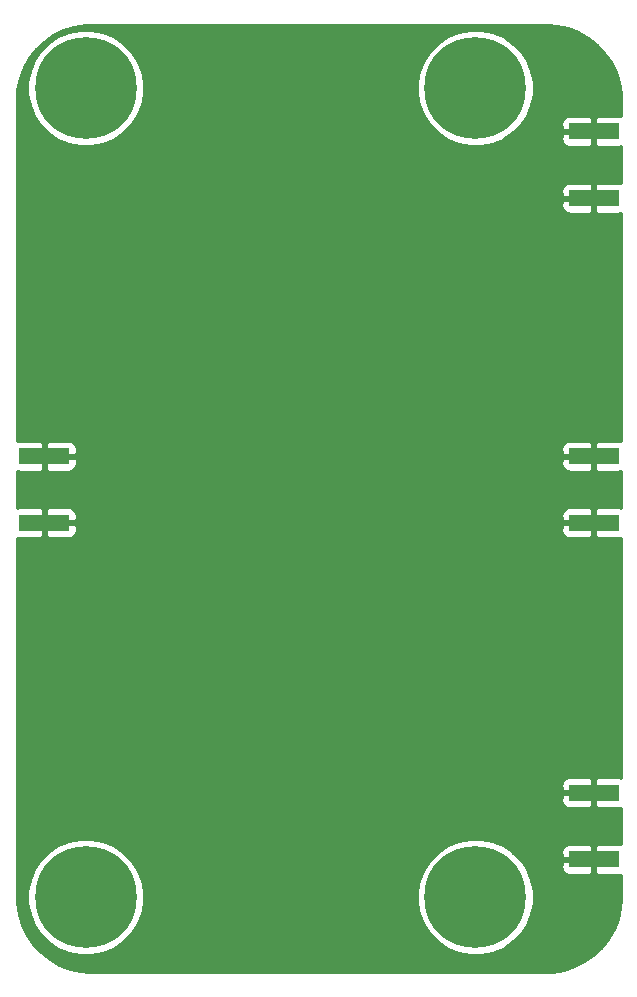
<source format=gbr>
%TF.GenerationSoftware,KiCad,Pcbnew,(5.1.6)-1*%
%TF.CreationDate,2020-10-09T05:29:33-04:00*%
%TF.ProjectId,RFID_PROJECT_3-WAY-SPLITTER,52464944-5f50-4524-9f4a-4543545f332d,B*%
%TF.SameCoordinates,Original*%
%TF.FileFunction,Copper,L4,Bot*%
%TF.FilePolarity,Positive*%
%FSLAX46Y46*%
G04 Gerber Fmt 4.6, Leading zero omitted, Abs format (unit mm)*
G04 Created by KiCad (PCBNEW (5.1.6)-1) date 2020-10-09 05:29:33*
%MOMM*%
%LPD*%
G01*
G04 APERTURE LIST*
%TA.AperFunction,ComponentPad*%
%ADD10C,0.900000*%
%TD*%
%TA.AperFunction,ComponentPad*%
%ADD11C,8.600000*%
%TD*%
%TA.AperFunction,SMDPad,CuDef*%
%ADD12R,4.200000X1.350000*%
%TD*%
%TA.AperFunction,ViaPad*%
%ADD13C,1.000000*%
%TD*%
%TA.AperFunction,Conductor*%
%ADD14C,0.254000*%
%TD*%
G04 APERTURE END LIST*
D10*
%TO.P,H4,1*%
%TO.N,N/C*%
X163280419Y-114219581D03*
X161000000Y-113275000D03*
X158719581Y-114219581D03*
X157775000Y-116500000D03*
X158719581Y-118780419D03*
X161000000Y-119725000D03*
X163280419Y-118780419D03*
X164225000Y-116500000D03*
D11*
X161000000Y-116500000D03*
%TD*%
D10*
%TO.P,H3,1*%
%TO.N,N/C*%
X130280419Y-114219581D03*
X128000000Y-113275000D03*
X125719581Y-114219581D03*
X124775000Y-116500000D03*
X125719581Y-118780419D03*
X128000000Y-119725000D03*
X130280419Y-118780419D03*
X131225000Y-116500000D03*
D11*
X128000000Y-116500000D03*
%TD*%
D10*
%TO.P,H2,1*%
%TO.N,N/C*%
X163280419Y-45719581D03*
X161000000Y-44775000D03*
X158719581Y-45719581D03*
X157775000Y-48000000D03*
X158719581Y-50280419D03*
X161000000Y-51225000D03*
X163280419Y-50280419D03*
X164225000Y-48000000D03*
D11*
X161000000Y-48000000D03*
%TD*%
D10*
%TO.P,H1,1*%
%TO.N,N/C*%
X130280419Y-45719581D03*
X128000000Y-44775000D03*
X125719581Y-45719581D03*
X124775000Y-48000000D03*
X125719581Y-50280419D03*
X128000000Y-51225000D03*
X130280419Y-50280419D03*
X131225000Y-48000000D03*
D11*
X128000000Y-48000000D03*
%TD*%
D12*
%TO.P,J1,2*%
%TO.N,GND*%
X124500000Y-79175000D03*
X124500000Y-84825000D03*
%TD*%
%TO.P,J2,2*%
%TO.N,GND*%
X171030001Y-51675000D03*
X171030001Y-57325000D03*
%TD*%
%TO.P,J3,2*%
%TO.N,GND*%
X171030001Y-84825000D03*
X171030001Y-79175000D03*
%TD*%
%TO.P,J4,2*%
%TO.N,GND*%
X171030001Y-107675000D03*
X171030001Y-113325000D03*
%TD*%
D13*
%TO.N,GND*%
X133000000Y-53500000D03*
X156000000Y-53500000D03*
X155000000Y-111500000D03*
X133000000Y-111500000D03*
%TD*%
D14*
%TO.N,GND*%
G36*
X128365717Y-42675088D02*
G01*
X128466353Y-42685000D01*
X167033647Y-42685000D01*
X167134283Y-42675088D01*
X167142993Y-42672446D01*
X167936842Y-42731439D01*
X168853106Y-42938769D01*
X169728657Y-43279252D01*
X170544265Y-43745410D01*
X171282014Y-44327005D01*
X171925689Y-45011251D01*
X172461160Y-45783129D01*
X172876659Y-46625677D01*
X173163054Y-47520376D01*
X173315689Y-48457579D01*
X173332427Y-48840946D01*
X173324912Y-48865718D01*
X173315000Y-48966354D01*
X173315000Y-50392546D01*
X173254483Y-50374188D01*
X173130001Y-50361928D01*
X171315751Y-50365000D01*
X171157001Y-50523750D01*
X171157001Y-51548000D01*
X171177001Y-51548000D01*
X171177001Y-51802000D01*
X171157001Y-51802000D01*
X171157001Y-52826250D01*
X171315751Y-52985000D01*
X173130001Y-52988072D01*
X173254483Y-52975812D01*
X173315000Y-52957454D01*
X173315000Y-56042546D01*
X173254483Y-56024188D01*
X173130001Y-56011928D01*
X171315751Y-56015000D01*
X171157001Y-56173750D01*
X171157001Y-57198000D01*
X171177001Y-57198000D01*
X171177001Y-57452000D01*
X171157001Y-57452000D01*
X171157001Y-58476250D01*
X171315751Y-58635000D01*
X173130001Y-58638072D01*
X173254483Y-58625812D01*
X173315000Y-58607454D01*
X173315000Y-77892546D01*
X173254483Y-77874188D01*
X173130001Y-77861928D01*
X171315751Y-77865000D01*
X171157001Y-78023750D01*
X171157001Y-79048000D01*
X171177001Y-79048000D01*
X171177001Y-79302000D01*
X171157001Y-79302000D01*
X171157001Y-80326250D01*
X171315751Y-80485000D01*
X173130001Y-80488072D01*
X173254483Y-80475812D01*
X173315000Y-80457454D01*
X173315001Y-83542546D01*
X173254483Y-83524188D01*
X173130001Y-83511928D01*
X171315751Y-83515000D01*
X171157001Y-83673750D01*
X171157001Y-84698000D01*
X171177001Y-84698000D01*
X171177001Y-84952000D01*
X171157001Y-84952000D01*
X171157001Y-85976250D01*
X171315751Y-86135000D01*
X173130001Y-86138072D01*
X173254483Y-86125812D01*
X173315001Y-86107454D01*
X173315001Y-106392546D01*
X173254483Y-106374188D01*
X173130001Y-106361928D01*
X171315751Y-106365000D01*
X171157001Y-106523750D01*
X171157001Y-107548000D01*
X171177001Y-107548000D01*
X171177001Y-107802000D01*
X171157001Y-107802000D01*
X171157001Y-108826250D01*
X171315751Y-108985000D01*
X173130001Y-108988072D01*
X173254483Y-108975812D01*
X173315001Y-108957454D01*
X173315001Y-112042546D01*
X173254483Y-112024188D01*
X173130001Y-112011928D01*
X171315751Y-112015000D01*
X171157001Y-112173750D01*
X171157001Y-113198000D01*
X171177001Y-113198000D01*
X171177001Y-113452000D01*
X171157001Y-113452000D01*
X171157001Y-114476250D01*
X171315751Y-114635000D01*
X173130001Y-114638072D01*
X173254483Y-114625812D01*
X173315001Y-114607454D01*
X173315001Y-116533647D01*
X173324913Y-116634283D01*
X173327554Y-116642990D01*
X173268561Y-117436841D01*
X173061231Y-118353106D01*
X172720748Y-119228657D01*
X172254590Y-120044265D01*
X171672995Y-120782014D01*
X170988749Y-121425689D01*
X170216871Y-121961160D01*
X169374323Y-122376659D01*
X168479624Y-122663054D01*
X167542414Y-122815689D01*
X167159055Y-122832427D01*
X167134283Y-122824912D01*
X167033647Y-122815000D01*
X128466353Y-122815000D01*
X128365717Y-122824912D01*
X128357007Y-122827554D01*
X127563159Y-122768561D01*
X126646894Y-122561231D01*
X125771343Y-122220748D01*
X124955735Y-121754590D01*
X124217986Y-121172995D01*
X123574311Y-120488749D01*
X123038840Y-119716871D01*
X122623341Y-118874323D01*
X122336946Y-117979624D01*
X122184311Y-117042414D01*
X122167573Y-116659055D01*
X122175088Y-116634283D01*
X122185000Y-116533647D01*
X122185000Y-116013945D01*
X123065000Y-116013945D01*
X123065000Y-116986055D01*
X123254650Y-117939486D01*
X123626660Y-118837599D01*
X124166735Y-119645879D01*
X124854121Y-120333265D01*
X125662401Y-120873340D01*
X126560514Y-121245350D01*
X127513945Y-121435000D01*
X128486055Y-121435000D01*
X129439486Y-121245350D01*
X130337599Y-120873340D01*
X131145879Y-120333265D01*
X131833265Y-119645879D01*
X132373340Y-118837599D01*
X132745350Y-117939486D01*
X132935000Y-116986055D01*
X132935000Y-116013945D01*
X156065000Y-116013945D01*
X156065000Y-116986055D01*
X156254650Y-117939486D01*
X156626660Y-118837599D01*
X157166735Y-119645879D01*
X157854121Y-120333265D01*
X158662401Y-120873340D01*
X159560514Y-121245350D01*
X160513945Y-121435000D01*
X161486055Y-121435000D01*
X162439486Y-121245350D01*
X163337599Y-120873340D01*
X164145879Y-120333265D01*
X164833265Y-119645879D01*
X165373340Y-118837599D01*
X165745350Y-117939486D01*
X165935000Y-116986055D01*
X165935000Y-116013945D01*
X165745350Y-115060514D01*
X165373340Y-114162401D01*
X165264828Y-114000000D01*
X168291929Y-114000000D01*
X168304189Y-114124482D01*
X168340499Y-114244180D01*
X168399464Y-114354494D01*
X168478816Y-114451185D01*
X168575507Y-114530537D01*
X168685821Y-114589502D01*
X168805519Y-114625812D01*
X168930001Y-114638072D01*
X170744251Y-114635000D01*
X170903001Y-114476250D01*
X170903001Y-113452000D01*
X168453751Y-113452000D01*
X168295001Y-113610750D01*
X168291929Y-114000000D01*
X165264828Y-114000000D01*
X164833265Y-113354121D01*
X164145879Y-112666735D01*
X164120834Y-112650000D01*
X168291929Y-112650000D01*
X168295001Y-113039250D01*
X168453751Y-113198000D01*
X170903001Y-113198000D01*
X170903001Y-112173750D01*
X170744251Y-112015000D01*
X168930001Y-112011928D01*
X168805519Y-112024188D01*
X168685821Y-112060498D01*
X168575507Y-112119463D01*
X168478816Y-112198815D01*
X168399464Y-112295506D01*
X168340499Y-112405820D01*
X168304189Y-112525518D01*
X168291929Y-112650000D01*
X164120834Y-112650000D01*
X163337599Y-112126660D01*
X162439486Y-111754650D01*
X161486055Y-111565000D01*
X160513945Y-111565000D01*
X159560514Y-111754650D01*
X158662401Y-112126660D01*
X157854121Y-112666735D01*
X157166735Y-113354121D01*
X156626660Y-114162401D01*
X156254650Y-115060514D01*
X156065000Y-116013945D01*
X132935000Y-116013945D01*
X132745350Y-115060514D01*
X132373340Y-114162401D01*
X131833265Y-113354121D01*
X131145879Y-112666735D01*
X130337599Y-112126660D01*
X129439486Y-111754650D01*
X128486055Y-111565000D01*
X127513945Y-111565000D01*
X126560514Y-111754650D01*
X125662401Y-112126660D01*
X124854121Y-112666735D01*
X124166735Y-113354121D01*
X123626660Y-114162401D01*
X123254650Y-115060514D01*
X123065000Y-116013945D01*
X122185000Y-116013945D01*
X122185000Y-108350000D01*
X168291929Y-108350000D01*
X168304189Y-108474482D01*
X168340499Y-108594180D01*
X168399464Y-108704494D01*
X168478816Y-108801185D01*
X168575507Y-108880537D01*
X168685821Y-108939502D01*
X168805519Y-108975812D01*
X168930001Y-108988072D01*
X170744251Y-108985000D01*
X170903001Y-108826250D01*
X170903001Y-107802000D01*
X168453751Y-107802000D01*
X168295001Y-107960750D01*
X168291929Y-108350000D01*
X122185000Y-108350000D01*
X122185000Y-107000000D01*
X168291929Y-107000000D01*
X168295001Y-107389250D01*
X168453751Y-107548000D01*
X170903001Y-107548000D01*
X170903001Y-106523750D01*
X170744251Y-106365000D01*
X168930001Y-106361928D01*
X168805519Y-106374188D01*
X168685821Y-106410498D01*
X168575507Y-106469463D01*
X168478816Y-106548815D01*
X168399464Y-106645506D01*
X168340499Y-106755820D01*
X168304189Y-106875518D01*
X168291929Y-107000000D01*
X122185000Y-107000000D01*
X122185000Y-86098354D01*
X122275518Y-86125812D01*
X122400000Y-86138072D01*
X124214250Y-86135000D01*
X124373000Y-85976250D01*
X124373000Y-84952000D01*
X124627000Y-84952000D01*
X124627000Y-85976250D01*
X124785750Y-86135000D01*
X126600000Y-86138072D01*
X126724482Y-86125812D01*
X126844180Y-86089502D01*
X126954494Y-86030537D01*
X127051185Y-85951185D01*
X127130537Y-85854494D01*
X127189502Y-85744180D01*
X127225812Y-85624482D01*
X127238072Y-85500000D01*
X168291929Y-85500000D01*
X168304189Y-85624482D01*
X168340499Y-85744180D01*
X168399464Y-85854494D01*
X168478816Y-85951185D01*
X168575507Y-86030537D01*
X168685821Y-86089502D01*
X168805519Y-86125812D01*
X168930001Y-86138072D01*
X170744251Y-86135000D01*
X170903001Y-85976250D01*
X170903001Y-84952000D01*
X168453751Y-84952000D01*
X168295001Y-85110750D01*
X168291929Y-85500000D01*
X127238072Y-85500000D01*
X127235000Y-85110750D01*
X127076250Y-84952000D01*
X124627000Y-84952000D01*
X124373000Y-84952000D01*
X124353000Y-84952000D01*
X124353000Y-84698000D01*
X124373000Y-84698000D01*
X124373000Y-83673750D01*
X124627000Y-83673750D01*
X124627000Y-84698000D01*
X127076250Y-84698000D01*
X127235000Y-84539250D01*
X127238072Y-84150000D01*
X168291929Y-84150000D01*
X168295001Y-84539250D01*
X168453751Y-84698000D01*
X170903001Y-84698000D01*
X170903001Y-83673750D01*
X170744251Y-83515000D01*
X168930001Y-83511928D01*
X168805519Y-83524188D01*
X168685821Y-83560498D01*
X168575507Y-83619463D01*
X168478816Y-83698815D01*
X168399464Y-83795506D01*
X168340499Y-83905820D01*
X168304189Y-84025518D01*
X168291929Y-84150000D01*
X127238072Y-84150000D01*
X127225812Y-84025518D01*
X127189502Y-83905820D01*
X127130537Y-83795506D01*
X127051185Y-83698815D01*
X126954494Y-83619463D01*
X126844180Y-83560498D01*
X126724482Y-83524188D01*
X126600000Y-83511928D01*
X124785750Y-83515000D01*
X124627000Y-83673750D01*
X124373000Y-83673750D01*
X124214250Y-83515000D01*
X122400000Y-83511928D01*
X122275518Y-83524188D01*
X122185000Y-83551646D01*
X122185000Y-80448354D01*
X122275518Y-80475812D01*
X122400000Y-80488072D01*
X124214250Y-80485000D01*
X124373000Y-80326250D01*
X124373000Y-79302000D01*
X124627000Y-79302000D01*
X124627000Y-80326250D01*
X124785750Y-80485000D01*
X126600000Y-80488072D01*
X126724482Y-80475812D01*
X126844180Y-80439502D01*
X126954494Y-80380537D01*
X127051185Y-80301185D01*
X127130537Y-80204494D01*
X127189502Y-80094180D01*
X127225812Y-79974482D01*
X127238072Y-79850000D01*
X168291929Y-79850000D01*
X168304189Y-79974482D01*
X168340499Y-80094180D01*
X168399464Y-80204494D01*
X168478816Y-80301185D01*
X168575507Y-80380537D01*
X168685821Y-80439502D01*
X168805519Y-80475812D01*
X168930001Y-80488072D01*
X170744251Y-80485000D01*
X170903001Y-80326250D01*
X170903001Y-79302000D01*
X168453751Y-79302000D01*
X168295001Y-79460750D01*
X168291929Y-79850000D01*
X127238072Y-79850000D01*
X127235000Y-79460750D01*
X127076250Y-79302000D01*
X124627000Y-79302000D01*
X124373000Y-79302000D01*
X124353000Y-79302000D01*
X124353000Y-79048000D01*
X124373000Y-79048000D01*
X124373000Y-78023750D01*
X124627000Y-78023750D01*
X124627000Y-79048000D01*
X127076250Y-79048000D01*
X127235000Y-78889250D01*
X127238072Y-78500000D01*
X168291929Y-78500000D01*
X168295001Y-78889250D01*
X168453751Y-79048000D01*
X170903001Y-79048000D01*
X170903001Y-78023750D01*
X170744251Y-77865000D01*
X168930001Y-77861928D01*
X168805519Y-77874188D01*
X168685821Y-77910498D01*
X168575507Y-77969463D01*
X168478816Y-78048815D01*
X168399464Y-78145506D01*
X168340499Y-78255820D01*
X168304189Y-78375518D01*
X168291929Y-78500000D01*
X127238072Y-78500000D01*
X127225812Y-78375518D01*
X127189502Y-78255820D01*
X127130537Y-78145506D01*
X127051185Y-78048815D01*
X126954494Y-77969463D01*
X126844180Y-77910498D01*
X126724482Y-77874188D01*
X126600000Y-77861928D01*
X124785750Y-77865000D01*
X124627000Y-78023750D01*
X124373000Y-78023750D01*
X124214250Y-77865000D01*
X122400000Y-77861928D01*
X122275518Y-77874188D01*
X122185000Y-77901646D01*
X122185000Y-58000000D01*
X168291929Y-58000000D01*
X168304189Y-58124482D01*
X168340499Y-58244180D01*
X168399464Y-58354494D01*
X168478816Y-58451185D01*
X168575507Y-58530537D01*
X168685821Y-58589502D01*
X168805519Y-58625812D01*
X168930001Y-58638072D01*
X170744251Y-58635000D01*
X170903001Y-58476250D01*
X170903001Y-57452000D01*
X168453751Y-57452000D01*
X168295001Y-57610750D01*
X168291929Y-58000000D01*
X122185000Y-58000000D01*
X122185000Y-56650000D01*
X168291929Y-56650000D01*
X168295001Y-57039250D01*
X168453751Y-57198000D01*
X170903001Y-57198000D01*
X170903001Y-56173750D01*
X170744251Y-56015000D01*
X168930001Y-56011928D01*
X168805519Y-56024188D01*
X168685821Y-56060498D01*
X168575507Y-56119463D01*
X168478816Y-56198815D01*
X168399464Y-56295506D01*
X168340499Y-56405820D01*
X168304189Y-56525518D01*
X168291929Y-56650000D01*
X122185000Y-56650000D01*
X122185000Y-48966353D01*
X122175088Y-48865717D01*
X122172446Y-48857007D01*
X122231439Y-48063158D01*
X122355713Y-47513945D01*
X123065000Y-47513945D01*
X123065000Y-48486055D01*
X123254650Y-49439486D01*
X123626660Y-50337599D01*
X124166735Y-51145879D01*
X124854121Y-51833265D01*
X125662401Y-52373340D01*
X126560514Y-52745350D01*
X127513945Y-52935000D01*
X128486055Y-52935000D01*
X129439486Y-52745350D01*
X130337599Y-52373340D01*
X131145879Y-51833265D01*
X131833265Y-51145879D01*
X132373340Y-50337599D01*
X132745350Y-49439486D01*
X132935000Y-48486055D01*
X132935000Y-47513945D01*
X156065000Y-47513945D01*
X156065000Y-48486055D01*
X156254650Y-49439486D01*
X156626660Y-50337599D01*
X157166735Y-51145879D01*
X157854121Y-51833265D01*
X158662401Y-52373340D01*
X159560514Y-52745350D01*
X160513945Y-52935000D01*
X161486055Y-52935000D01*
X162439486Y-52745350D01*
X163337599Y-52373340D01*
X163372529Y-52350000D01*
X168291929Y-52350000D01*
X168304189Y-52474482D01*
X168340499Y-52594180D01*
X168399464Y-52704494D01*
X168478816Y-52801185D01*
X168575507Y-52880537D01*
X168685821Y-52939502D01*
X168805519Y-52975812D01*
X168930001Y-52988072D01*
X170744251Y-52985000D01*
X170903001Y-52826250D01*
X170903001Y-51802000D01*
X168453751Y-51802000D01*
X168295001Y-51960750D01*
X168291929Y-52350000D01*
X163372529Y-52350000D01*
X164145879Y-51833265D01*
X164833265Y-51145879D01*
X164930738Y-51000000D01*
X168291929Y-51000000D01*
X168295001Y-51389250D01*
X168453751Y-51548000D01*
X170903001Y-51548000D01*
X170903001Y-50523750D01*
X170744251Y-50365000D01*
X168930001Y-50361928D01*
X168805519Y-50374188D01*
X168685821Y-50410498D01*
X168575507Y-50469463D01*
X168478816Y-50548815D01*
X168399464Y-50645506D01*
X168340499Y-50755820D01*
X168304189Y-50875518D01*
X168291929Y-51000000D01*
X164930738Y-51000000D01*
X165373340Y-50337599D01*
X165745350Y-49439486D01*
X165935000Y-48486055D01*
X165935000Y-47513945D01*
X165745350Y-46560514D01*
X165373340Y-45662401D01*
X164833265Y-44854121D01*
X164145879Y-44166735D01*
X163337599Y-43626660D01*
X162439486Y-43254650D01*
X161486055Y-43065000D01*
X160513945Y-43065000D01*
X159560514Y-43254650D01*
X158662401Y-43626660D01*
X157854121Y-44166735D01*
X157166735Y-44854121D01*
X156626660Y-45662401D01*
X156254650Y-46560514D01*
X156065000Y-47513945D01*
X132935000Y-47513945D01*
X132745350Y-46560514D01*
X132373340Y-45662401D01*
X131833265Y-44854121D01*
X131145879Y-44166735D01*
X130337599Y-43626660D01*
X129439486Y-43254650D01*
X128486055Y-43065000D01*
X127513945Y-43065000D01*
X126560514Y-43254650D01*
X125662401Y-43626660D01*
X124854121Y-44166735D01*
X124166735Y-44854121D01*
X123626660Y-45662401D01*
X123254650Y-46560514D01*
X123065000Y-47513945D01*
X122355713Y-47513945D01*
X122438769Y-47146894D01*
X122779252Y-46271343D01*
X123245410Y-45455735D01*
X123827005Y-44717986D01*
X124511251Y-44074311D01*
X125283129Y-43538840D01*
X126125677Y-43123341D01*
X127020376Y-42836946D01*
X127957579Y-42684311D01*
X128340945Y-42667573D01*
X128365717Y-42675088D01*
G37*
X128365717Y-42675088D02*
X128466353Y-42685000D01*
X167033647Y-42685000D01*
X167134283Y-42675088D01*
X167142993Y-42672446D01*
X167936842Y-42731439D01*
X168853106Y-42938769D01*
X169728657Y-43279252D01*
X170544265Y-43745410D01*
X171282014Y-44327005D01*
X171925689Y-45011251D01*
X172461160Y-45783129D01*
X172876659Y-46625677D01*
X173163054Y-47520376D01*
X173315689Y-48457579D01*
X173332427Y-48840946D01*
X173324912Y-48865718D01*
X173315000Y-48966354D01*
X173315000Y-50392546D01*
X173254483Y-50374188D01*
X173130001Y-50361928D01*
X171315751Y-50365000D01*
X171157001Y-50523750D01*
X171157001Y-51548000D01*
X171177001Y-51548000D01*
X171177001Y-51802000D01*
X171157001Y-51802000D01*
X171157001Y-52826250D01*
X171315751Y-52985000D01*
X173130001Y-52988072D01*
X173254483Y-52975812D01*
X173315000Y-52957454D01*
X173315000Y-56042546D01*
X173254483Y-56024188D01*
X173130001Y-56011928D01*
X171315751Y-56015000D01*
X171157001Y-56173750D01*
X171157001Y-57198000D01*
X171177001Y-57198000D01*
X171177001Y-57452000D01*
X171157001Y-57452000D01*
X171157001Y-58476250D01*
X171315751Y-58635000D01*
X173130001Y-58638072D01*
X173254483Y-58625812D01*
X173315000Y-58607454D01*
X173315000Y-77892546D01*
X173254483Y-77874188D01*
X173130001Y-77861928D01*
X171315751Y-77865000D01*
X171157001Y-78023750D01*
X171157001Y-79048000D01*
X171177001Y-79048000D01*
X171177001Y-79302000D01*
X171157001Y-79302000D01*
X171157001Y-80326250D01*
X171315751Y-80485000D01*
X173130001Y-80488072D01*
X173254483Y-80475812D01*
X173315000Y-80457454D01*
X173315001Y-83542546D01*
X173254483Y-83524188D01*
X173130001Y-83511928D01*
X171315751Y-83515000D01*
X171157001Y-83673750D01*
X171157001Y-84698000D01*
X171177001Y-84698000D01*
X171177001Y-84952000D01*
X171157001Y-84952000D01*
X171157001Y-85976250D01*
X171315751Y-86135000D01*
X173130001Y-86138072D01*
X173254483Y-86125812D01*
X173315001Y-86107454D01*
X173315001Y-106392546D01*
X173254483Y-106374188D01*
X173130001Y-106361928D01*
X171315751Y-106365000D01*
X171157001Y-106523750D01*
X171157001Y-107548000D01*
X171177001Y-107548000D01*
X171177001Y-107802000D01*
X171157001Y-107802000D01*
X171157001Y-108826250D01*
X171315751Y-108985000D01*
X173130001Y-108988072D01*
X173254483Y-108975812D01*
X173315001Y-108957454D01*
X173315001Y-112042546D01*
X173254483Y-112024188D01*
X173130001Y-112011928D01*
X171315751Y-112015000D01*
X171157001Y-112173750D01*
X171157001Y-113198000D01*
X171177001Y-113198000D01*
X171177001Y-113452000D01*
X171157001Y-113452000D01*
X171157001Y-114476250D01*
X171315751Y-114635000D01*
X173130001Y-114638072D01*
X173254483Y-114625812D01*
X173315001Y-114607454D01*
X173315001Y-116533647D01*
X173324913Y-116634283D01*
X173327554Y-116642990D01*
X173268561Y-117436841D01*
X173061231Y-118353106D01*
X172720748Y-119228657D01*
X172254590Y-120044265D01*
X171672995Y-120782014D01*
X170988749Y-121425689D01*
X170216871Y-121961160D01*
X169374323Y-122376659D01*
X168479624Y-122663054D01*
X167542414Y-122815689D01*
X167159055Y-122832427D01*
X167134283Y-122824912D01*
X167033647Y-122815000D01*
X128466353Y-122815000D01*
X128365717Y-122824912D01*
X128357007Y-122827554D01*
X127563159Y-122768561D01*
X126646894Y-122561231D01*
X125771343Y-122220748D01*
X124955735Y-121754590D01*
X124217986Y-121172995D01*
X123574311Y-120488749D01*
X123038840Y-119716871D01*
X122623341Y-118874323D01*
X122336946Y-117979624D01*
X122184311Y-117042414D01*
X122167573Y-116659055D01*
X122175088Y-116634283D01*
X122185000Y-116533647D01*
X122185000Y-116013945D01*
X123065000Y-116013945D01*
X123065000Y-116986055D01*
X123254650Y-117939486D01*
X123626660Y-118837599D01*
X124166735Y-119645879D01*
X124854121Y-120333265D01*
X125662401Y-120873340D01*
X126560514Y-121245350D01*
X127513945Y-121435000D01*
X128486055Y-121435000D01*
X129439486Y-121245350D01*
X130337599Y-120873340D01*
X131145879Y-120333265D01*
X131833265Y-119645879D01*
X132373340Y-118837599D01*
X132745350Y-117939486D01*
X132935000Y-116986055D01*
X132935000Y-116013945D01*
X156065000Y-116013945D01*
X156065000Y-116986055D01*
X156254650Y-117939486D01*
X156626660Y-118837599D01*
X157166735Y-119645879D01*
X157854121Y-120333265D01*
X158662401Y-120873340D01*
X159560514Y-121245350D01*
X160513945Y-121435000D01*
X161486055Y-121435000D01*
X162439486Y-121245350D01*
X163337599Y-120873340D01*
X164145879Y-120333265D01*
X164833265Y-119645879D01*
X165373340Y-118837599D01*
X165745350Y-117939486D01*
X165935000Y-116986055D01*
X165935000Y-116013945D01*
X165745350Y-115060514D01*
X165373340Y-114162401D01*
X165264828Y-114000000D01*
X168291929Y-114000000D01*
X168304189Y-114124482D01*
X168340499Y-114244180D01*
X168399464Y-114354494D01*
X168478816Y-114451185D01*
X168575507Y-114530537D01*
X168685821Y-114589502D01*
X168805519Y-114625812D01*
X168930001Y-114638072D01*
X170744251Y-114635000D01*
X170903001Y-114476250D01*
X170903001Y-113452000D01*
X168453751Y-113452000D01*
X168295001Y-113610750D01*
X168291929Y-114000000D01*
X165264828Y-114000000D01*
X164833265Y-113354121D01*
X164145879Y-112666735D01*
X164120834Y-112650000D01*
X168291929Y-112650000D01*
X168295001Y-113039250D01*
X168453751Y-113198000D01*
X170903001Y-113198000D01*
X170903001Y-112173750D01*
X170744251Y-112015000D01*
X168930001Y-112011928D01*
X168805519Y-112024188D01*
X168685821Y-112060498D01*
X168575507Y-112119463D01*
X168478816Y-112198815D01*
X168399464Y-112295506D01*
X168340499Y-112405820D01*
X168304189Y-112525518D01*
X168291929Y-112650000D01*
X164120834Y-112650000D01*
X163337599Y-112126660D01*
X162439486Y-111754650D01*
X161486055Y-111565000D01*
X160513945Y-111565000D01*
X159560514Y-111754650D01*
X158662401Y-112126660D01*
X157854121Y-112666735D01*
X157166735Y-113354121D01*
X156626660Y-114162401D01*
X156254650Y-115060514D01*
X156065000Y-116013945D01*
X132935000Y-116013945D01*
X132745350Y-115060514D01*
X132373340Y-114162401D01*
X131833265Y-113354121D01*
X131145879Y-112666735D01*
X130337599Y-112126660D01*
X129439486Y-111754650D01*
X128486055Y-111565000D01*
X127513945Y-111565000D01*
X126560514Y-111754650D01*
X125662401Y-112126660D01*
X124854121Y-112666735D01*
X124166735Y-113354121D01*
X123626660Y-114162401D01*
X123254650Y-115060514D01*
X123065000Y-116013945D01*
X122185000Y-116013945D01*
X122185000Y-108350000D01*
X168291929Y-108350000D01*
X168304189Y-108474482D01*
X168340499Y-108594180D01*
X168399464Y-108704494D01*
X168478816Y-108801185D01*
X168575507Y-108880537D01*
X168685821Y-108939502D01*
X168805519Y-108975812D01*
X168930001Y-108988072D01*
X170744251Y-108985000D01*
X170903001Y-108826250D01*
X170903001Y-107802000D01*
X168453751Y-107802000D01*
X168295001Y-107960750D01*
X168291929Y-108350000D01*
X122185000Y-108350000D01*
X122185000Y-107000000D01*
X168291929Y-107000000D01*
X168295001Y-107389250D01*
X168453751Y-107548000D01*
X170903001Y-107548000D01*
X170903001Y-106523750D01*
X170744251Y-106365000D01*
X168930001Y-106361928D01*
X168805519Y-106374188D01*
X168685821Y-106410498D01*
X168575507Y-106469463D01*
X168478816Y-106548815D01*
X168399464Y-106645506D01*
X168340499Y-106755820D01*
X168304189Y-106875518D01*
X168291929Y-107000000D01*
X122185000Y-107000000D01*
X122185000Y-86098354D01*
X122275518Y-86125812D01*
X122400000Y-86138072D01*
X124214250Y-86135000D01*
X124373000Y-85976250D01*
X124373000Y-84952000D01*
X124627000Y-84952000D01*
X124627000Y-85976250D01*
X124785750Y-86135000D01*
X126600000Y-86138072D01*
X126724482Y-86125812D01*
X126844180Y-86089502D01*
X126954494Y-86030537D01*
X127051185Y-85951185D01*
X127130537Y-85854494D01*
X127189502Y-85744180D01*
X127225812Y-85624482D01*
X127238072Y-85500000D01*
X168291929Y-85500000D01*
X168304189Y-85624482D01*
X168340499Y-85744180D01*
X168399464Y-85854494D01*
X168478816Y-85951185D01*
X168575507Y-86030537D01*
X168685821Y-86089502D01*
X168805519Y-86125812D01*
X168930001Y-86138072D01*
X170744251Y-86135000D01*
X170903001Y-85976250D01*
X170903001Y-84952000D01*
X168453751Y-84952000D01*
X168295001Y-85110750D01*
X168291929Y-85500000D01*
X127238072Y-85500000D01*
X127235000Y-85110750D01*
X127076250Y-84952000D01*
X124627000Y-84952000D01*
X124373000Y-84952000D01*
X124353000Y-84952000D01*
X124353000Y-84698000D01*
X124373000Y-84698000D01*
X124373000Y-83673750D01*
X124627000Y-83673750D01*
X124627000Y-84698000D01*
X127076250Y-84698000D01*
X127235000Y-84539250D01*
X127238072Y-84150000D01*
X168291929Y-84150000D01*
X168295001Y-84539250D01*
X168453751Y-84698000D01*
X170903001Y-84698000D01*
X170903001Y-83673750D01*
X170744251Y-83515000D01*
X168930001Y-83511928D01*
X168805519Y-83524188D01*
X168685821Y-83560498D01*
X168575507Y-83619463D01*
X168478816Y-83698815D01*
X168399464Y-83795506D01*
X168340499Y-83905820D01*
X168304189Y-84025518D01*
X168291929Y-84150000D01*
X127238072Y-84150000D01*
X127225812Y-84025518D01*
X127189502Y-83905820D01*
X127130537Y-83795506D01*
X127051185Y-83698815D01*
X126954494Y-83619463D01*
X126844180Y-83560498D01*
X126724482Y-83524188D01*
X126600000Y-83511928D01*
X124785750Y-83515000D01*
X124627000Y-83673750D01*
X124373000Y-83673750D01*
X124214250Y-83515000D01*
X122400000Y-83511928D01*
X122275518Y-83524188D01*
X122185000Y-83551646D01*
X122185000Y-80448354D01*
X122275518Y-80475812D01*
X122400000Y-80488072D01*
X124214250Y-80485000D01*
X124373000Y-80326250D01*
X124373000Y-79302000D01*
X124627000Y-79302000D01*
X124627000Y-80326250D01*
X124785750Y-80485000D01*
X126600000Y-80488072D01*
X126724482Y-80475812D01*
X126844180Y-80439502D01*
X126954494Y-80380537D01*
X127051185Y-80301185D01*
X127130537Y-80204494D01*
X127189502Y-80094180D01*
X127225812Y-79974482D01*
X127238072Y-79850000D01*
X168291929Y-79850000D01*
X168304189Y-79974482D01*
X168340499Y-80094180D01*
X168399464Y-80204494D01*
X168478816Y-80301185D01*
X168575507Y-80380537D01*
X168685821Y-80439502D01*
X168805519Y-80475812D01*
X168930001Y-80488072D01*
X170744251Y-80485000D01*
X170903001Y-80326250D01*
X170903001Y-79302000D01*
X168453751Y-79302000D01*
X168295001Y-79460750D01*
X168291929Y-79850000D01*
X127238072Y-79850000D01*
X127235000Y-79460750D01*
X127076250Y-79302000D01*
X124627000Y-79302000D01*
X124373000Y-79302000D01*
X124353000Y-79302000D01*
X124353000Y-79048000D01*
X124373000Y-79048000D01*
X124373000Y-78023750D01*
X124627000Y-78023750D01*
X124627000Y-79048000D01*
X127076250Y-79048000D01*
X127235000Y-78889250D01*
X127238072Y-78500000D01*
X168291929Y-78500000D01*
X168295001Y-78889250D01*
X168453751Y-79048000D01*
X170903001Y-79048000D01*
X170903001Y-78023750D01*
X170744251Y-77865000D01*
X168930001Y-77861928D01*
X168805519Y-77874188D01*
X168685821Y-77910498D01*
X168575507Y-77969463D01*
X168478816Y-78048815D01*
X168399464Y-78145506D01*
X168340499Y-78255820D01*
X168304189Y-78375518D01*
X168291929Y-78500000D01*
X127238072Y-78500000D01*
X127225812Y-78375518D01*
X127189502Y-78255820D01*
X127130537Y-78145506D01*
X127051185Y-78048815D01*
X126954494Y-77969463D01*
X126844180Y-77910498D01*
X126724482Y-77874188D01*
X126600000Y-77861928D01*
X124785750Y-77865000D01*
X124627000Y-78023750D01*
X124373000Y-78023750D01*
X124214250Y-77865000D01*
X122400000Y-77861928D01*
X122275518Y-77874188D01*
X122185000Y-77901646D01*
X122185000Y-58000000D01*
X168291929Y-58000000D01*
X168304189Y-58124482D01*
X168340499Y-58244180D01*
X168399464Y-58354494D01*
X168478816Y-58451185D01*
X168575507Y-58530537D01*
X168685821Y-58589502D01*
X168805519Y-58625812D01*
X168930001Y-58638072D01*
X170744251Y-58635000D01*
X170903001Y-58476250D01*
X170903001Y-57452000D01*
X168453751Y-57452000D01*
X168295001Y-57610750D01*
X168291929Y-58000000D01*
X122185000Y-58000000D01*
X122185000Y-56650000D01*
X168291929Y-56650000D01*
X168295001Y-57039250D01*
X168453751Y-57198000D01*
X170903001Y-57198000D01*
X170903001Y-56173750D01*
X170744251Y-56015000D01*
X168930001Y-56011928D01*
X168805519Y-56024188D01*
X168685821Y-56060498D01*
X168575507Y-56119463D01*
X168478816Y-56198815D01*
X168399464Y-56295506D01*
X168340499Y-56405820D01*
X168304189Y-56525518D01*
X168291929Y-56650000D01*
X122185000Y-56650000D01*
X122185000Y-48966353D01*
X122175088Y-48865717D01*
X122172446Y-48857007D01*
X122231439Y-48063158D01*
X122355713Y-47513945D01*
X123065000Y-47513945D01*
X123065000Y-48486055D01*
X123254650Y-49439486D01*
X123626660Y-50337599D01*
X124166735Y-51145879D01*
X124854121Y-51833265D01*
X125662401Y-52373340D01*
X126560514Y-52745350D01*
X127513945Y-52935000D01*
X128486055Y-52935000D01*
X129439486Y-52745350D01*
X130337599Y-52373340D01*
X131145879Y-51833265D01*
X131833265Y-51145879D01*
X132373340Y-50337599D01*
X132745350Y-49439486D01*
X132935000Y-48486055D01*
X132935000Y-47513945D01*
X156065000Y-47513945D01*
X156065000Y-48486055D01*
X156254650Y-49439486D01*
X156626660Y-50337599D01*
X157166735Y-51145879D01*
X157854121Y-51833265D01*
X158662401Y-52373340D01*
X159560514Y-52745350D01*
X160513945Y-52935000D01*
X161486055Y-52935000D01*
X162439486Y-52745350D01*
X163337599Y-52373340D01*
X163372529Y-52350000D01*
X168291929Y-52350000D01*
X168304189Y-52474482D01*
X168340499Y-52594180D01*
X168399464Y-52704494D01*
X168478816Y-52801185D01*
X168575507Y-52880537D01*
X168685821Y-52939502D01*
X168805519Y-52975812D01*
X168930001Y-52988072D01*
X170744251Y-52985000D01*
X170903001Y-52826250D01*
X170903001Y-51802000D01*
X168453751Y-51802000D01*
X168295001Y-51960750D01*
X168291929Y-52350000D01*
X163372529Y-52350000D01*
X164145879Y-51833265D01*
X164833265Y-51145879D01*
X164930738Y-51000000D01*
X168291929Y-51000000D01*
X168295001Y-51389250D01*
X168453751Y-51548000D01*
X170903001Y-51548000D01*
X170903001Y-50523750D01*
X170744251Y-50365000D01*
X168930001Y-50361928D01*
X168805519Y-50374188D01*
X168685821Y-50410498D01*
X168575507Y-50469463D01*
X168478816Y-50548815D01*
X168399464Y-50645506D01*
X168340499Y-50755820D01*
X168304189Y-50875518D01*
X168291929Y-51000000D01*
X164930738Y-51000000D01*
X165373340Y-50337599D01*
X165745350Y-49439486D01*
X165935000Y-48486055D01*
X165935000Y-47513945D01*
X165745350Y-46560514D01*
X165373340Y-45662401D01*
X164833265Y-44854121D01*
X164145879Y-44166735D01*
X163337599Y-43626660D01*
X162439486Y-43254650D01*
X161486055Y-43065000D01*
X160513945Y-43065000D01*
X159560514Y-43254650D01*
X158662401Y-43626660D01*
X157854121Y-44166735D01*
X157166735Y-44854121D01*
X156626660Y-45662401D01*
X156254650Y-46560514D01*
X156065000Y-47513945D01*
X132935000Y-47513945D01*
X132745350Y-46560514D01*
X132373340Y-45662401D01*
X131833265Y-44854121D01*
X131145879Y-44166735D01*
X130337599Y-43626660D01*
X129439486Y-43254650D01*
X128486055Y-43065000D01*
X127513945Y-43065000D01*
X126560514Y-43254650D01*
X125662401Y-43626660D01*
X124854121Y-44166735D01*
X124166735Y-44854121D01*
X123626660Y-45662401D01*
X123254650Y-46560514D01*
X123065000Y-47513945D01*
X122355713Y-47513945D01*
X122438769Y-47146894D01*
X122779252Y-46271343D01*
X123245410Y-45455735D01*
X123827005Y-44717986D01*
X124511251Y-44074311D01*
X125283129Y-43538840D01*
X126125677Y-43123341D01*
X127020376Y-42836946D01*
X127957579Y-42684311D01*
X128340945Y-42667573D01*
X128365717Y-42675088D01*
%TD*%
M02*

</source>
